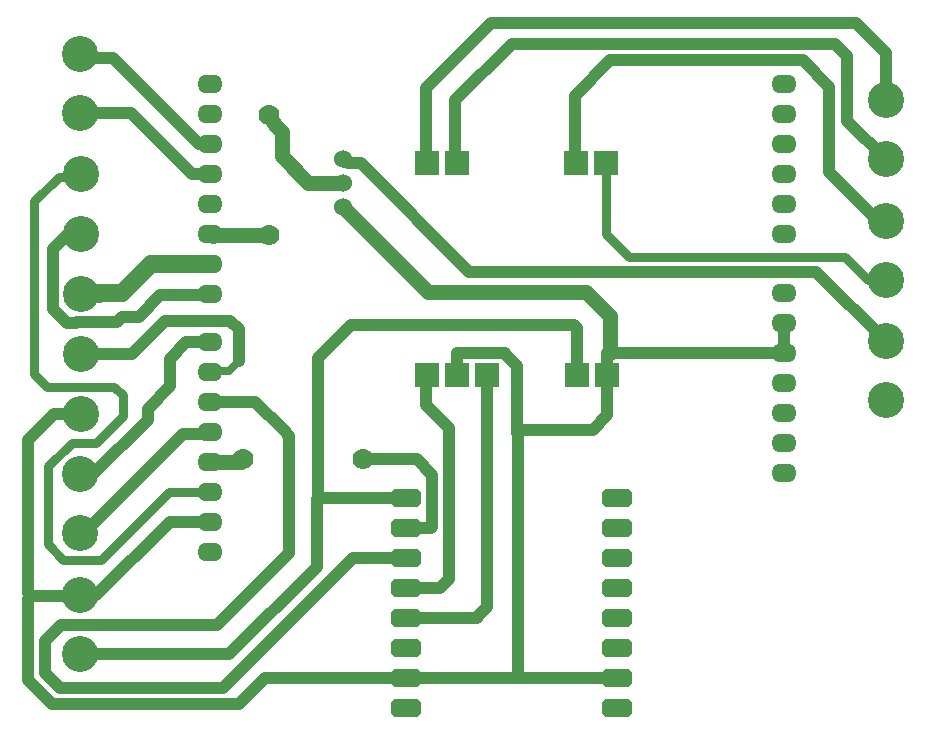
<source format=gbr>
G04 PROTEUS GERBER X2 FILE*
%TF.GenerationSoftware,Labcenter,Proteus,8.11-SP0-Build30052*%
%TF.CreationDate,2022-05-16T20:50:57+00:00*%
%TF.FileFunction,Copper,L2,Bot*%
%TF.FilePolarity,Positive*%
%TF.Part,Single*%
%TF.SameCoordinates,{860b8ca4-a46b-4a59-b09f-cc4400e6bc87}*%
%FSLAX45Y45*%
%MOMM*%
G01*
%TA.AperFunction,Conductor*%
%ADD16C,1.016000*%
%ADD17C,1.270000*%
%ADD18C,0.254000*%
%ADD19C,0.635000*%
%ADD70C,0.762000*%
%ADD71C,1.524000*%
%AMDIL000*
4,1,8,
-1.270000,0.457200,-0.965200,0.762000,0.965200,0.762000,1.270000,0.457200,1.270000,-0.457200,
0.965200,-0.762000,-0.965200,-0.762000,-1.270000,-0.457200,-1.270000,0.457200,
0*%
%TA.AperFunction,ComponentPad*%
%ADD10DIL000*%
%AMPPAD001*
4,1,36,
-1.000000,-0.100000,
-1.000000,0.100000,
-0.986070,0.243130,
-0.946000,0.375490,
-0.882340,0.494520,
-0.797660,0.597660,
-0.694520,0.682340,
-0.575490,0.746000,
-0.443130,0.786070,
-0.300000,0.800000,
0.300000,0.800000,
0.443130,0.786070,
0.575490,0.746000,
0.694520,0.682340,
0.797660,0.597660,
0.882340,0.494520,
0.946000,0.375490,
0.986070,0.243130,
1.000000,0.100000,
1.000000,-0.100000,
0.986070,-0.243130,
0.946000,-0.375490,
0.882340,-0.494520,
0.797660,-0.597660,
0.694520,-0.682340,
0.575490,-0.746000,
0.443130,-0.786070,
0.300000,-0.800000,
-0.300000,-0.800000,
-0.443130,-0.786070,
-0.575490,-0.746000,
-0.694520,-0.682340,
-0.797660,-0.597660,
-0.882340,-0.494520,
-0.946000,-0.375490,
-0.986070,-0.243130,
-1.000000,-0.100000,
0*%
%TA.AperFunction,ComponentPad*%
%ADD11PPAD001*%
%TA.AperFunction,ComponentPad*%
%ADD12C,3.048000*%
%TA.AperFunction,ComponentPad*%
%ADD13C,1.778000*%
%TA.AperFunction,ComponentPad*%
%ADD14R,2.032000X2.032000*%
%ADD15C,1.524000*%
%TD.AperFunction*%
D16*
X-3610000Y+7536000D02*
X-3698380Y+7536000D01*
X-3824260Y+7661880D01*
X-4428780Y+8266400D01*
X-4504980Y+8266400D01*
X-4680240Y+8266400D01*
X-4690400Y+8256240D01*
X-4710000Y+8300380D01*
X-3610000Y+7282000D02*
X-3761880Y+7282000D01*
X-3778540Y+7298660D01*
X-4278920Y+7799040D01*
X-4278920Y+7801580D01*
X-4741200Y+7801580D01*
X-4743740Y+7799040D01*
X-4710000Y+7800000D01*
X-1262000Y+5580000D02*
X-1262000Y+3615990D01*
X-1328578Y+3549412D01*
X-1349990Y+3528000D01*
X-1914731Y+3528000D01*
X-1950000Y+3528000D02*
X-1914731Y+3528000D01*
X-1950000Y+3782000D02*
X-1659683Y+3782000D01*
X-1588698Y+3852985D01*
X-1588698Y+5135079D01*
X-1661269Y+5207650D01*
X-1782222Y+5328603D01*
X-1782222Y+5478400D01*
X-1770000Y+5580000D01*
X-1004096Y+3020000D02*
X-1112953Y+3020000D01*
X-1950000Y+3020000D02*
X-1112953Y+3020000D01*
X-1004096Y+3020000D02*
X-172000Y+3020000D01*
X-166000Y+3014000D01*
X+130000Y+5766000D02*
X-36016Y+5766000D01*
X+1250000Y+5766000D02*
X+130000Y+5766000D01*
X-1516000Y+5580000D02*
X-1516000Y+5764704D01*
X-1004096Y+5120000D02*
X-369263Y+5120000D01*
X-245737Y+5243526D01*
X-245737Y+5579737D01*
X-246000Y+5580000D01*
X-246000Y+5765737D01*
X-245737Y+5766000D01*
D17*
X-3610000Y+4850000D02*
X-3346000Y+4850000D01*
X-3326000Y+4870000D01*
D18*
X-2704090Y+4531616D02*
X-2704090Y+4544000D01*
D16*
X-4710000Y+3220000D02*
X-3444848Y+3220000D01*
X-2704090Y+3960758D01*
X-2704090Y+4531616D01*
X-1729142Y+4740000D02*
X-1859142Y+4870000D01*
X-1921103Y+4870000D01*
X-1950000Y+4290000D02*
X-1739850Y+4290000D01*
X-1729142Y+4300708D01*
X-1729142Y+4740000D01*
X-1921103Y+4870000D02*
X-2310000Y+4870000D01*
X-1370000Y+6004712D02*
X-1876667Y+6004712D01*
X-500000Y+5580000D02*
X-500000Y+5978110D01*
X-526602Y+6004712D01*
X-1370000Y+6004712D01*
X-1900000Y+6004712D02*
X-1918718Y+6004712D01*
D18*
X-2695432Y+4544000D02*
X-2695432Y+4540274D01*
X-2704090Y+4531616D01*
D16*
X-1950000Y+4544000D02*
X-2695432Y+4544000D01*
D18*
X-2704090Y+4544000D01*
D16*
X-1876667Y+6004712D02*
X-1900000Y+6004712D01*
X-2695432Y+5640000D02*
X-2695432Y+5724417D01*
X-2415137Y+6004712D01*
X-1918718Y+6004712D02*
X-2415137Y+6004712D01*
X-2695432Y+5640000D02*
X-2695432Y+4544000D01*
X-5004065Y+3330000D02*
X-4869191Y+3464874D01*
X-4863637Y+3464874D01*
X-3553557Y+3464874D01*
X-3218329Y+3800102D01*
X-2941121Y+4077310D01*
X-2941121Y+4528579D01*
X-2941121Y+5070101D01*
X-2986248Y+5115228D01*
X-3224776Y+5353756D01*
X-3605756Y+5353756D01*
X-3610000Y+5358000D01*
X-3367928Y+5970000D02*
X-3441441Y+6043513D01*
X-4700000Y+5764000D02*
X-4269092Y+5764000D01*
X-3989579Y+6043513D01*
X-3441441Y+6043513D01*
D18*
X-3367928Y+5702072D02*
X-3351934Y+5718066D01*
X-3351934Y+5719884D01*
D16*
X-3367928Y+5970000D02*
X-3367928Y+5702072D01*
D19*
X-3450000Y+5620000D02*
X-3598788Y+5620000D01*
X-3616480Y+5602308D01*
X-3610000Y+5612000D01*
D18*
X-3460000Y+5610000D02*
X-3450000Y+5620000D01*
D19*
X-3367928Y+5702072D01*
D16*
X-4942522Y+6512282D02*
X-4942522Y+6646448D01*
X-4929587Y+6659383D01*
X-4808970Y+6780000D01*
X-4700000Y+6780000D01*
X-3610000Y+6266000D02*
X-3619243Y+6256757D01*
X-3760241Y+6256757D01*
X-4034835Y+6256757D01*
X-4214084Y+6077508D01*
X-4351381Y+6077508D01*
X-4397147Y+6031742D01*
X-4732763Y+6031742D01*
X-4740390Y+6024115D01*
X-4820480Y+6024115D01*
X-4942522Y+6146157D01*
X-4942522Y+6512282D01*
D70*
X-3610000Y+4596000D02*
X-3960355Y+4596000D01*
X-4535793Y+4020562D01*
X-4850563Y+4020562D01*
X-4980000Y+4149999D01*
X-4980000Y+4811076D01*
X-4780538Y+5010538D01*
X-4573125Y+5010538D01*
X-4344610Y+5239053D01*
X-4344610Y+5410000D01*
X-4419301Y+5484691D01*
X-4992674Y+5484691D01*
X-5095895Y+5587912D01*
X-5095895Y+7054551D01*
X-4892067Y+7258379D01*
X-4852400Y+7258379D01*
X-4700000Y+7288000D01*
D16*
X-3610000Y+5104000D02*
X-3628675Y+5085325D01*
X-3837901Y+5085325D01*
X-4682608Y+4240618D01*
X-4700246Y+4240618D01*
X-4710000Y+4243620D01*
X+2110000Y+6890000D02*
X+2045025Y+6890000D01*
X+1634280Y+7300745D01*
X+1634280Y+8025720D01*
X+1410000Y+8250000D01*
X-218900Y+8250000D01*
X-521439Y+7947461D01*
X-521439Y+7391439D01*
X-510000Y+7380000D01*
X+2110000Y+7410000D02*
X+1784243Y+7735757D01*
X+1784243Y+8284878D01*
X+1679121Y+8390000D01*
X-1053659Y+8390000D01*
X-1533690Y+7909969D01*
X-1533690Y+7397690D01*
X-1516000Y+7380000D01*
X+2110000Y+7910380D02*
X+2110000Y+8310000D01*
X+1860000Y+8560000D01*
X-1230449Y+8560000D01*
X-1777380Y+8013069D01*
X-1777380Y+7387380D01*
X-1770000Y+7380000D01*
X-1020000Y+5670000D02*
X-1115472Y+5765472D01*
X-1115472Y+5766000D01*
D18*
X-1115472Y+5778989D01*
D16*
X-1115472Y+5766000D02*
X-1514704Y+5766000D01*
X-1516000Y+5764704D01*
X-1020000Y+5670000D02*
X-1009509Y+5659509D01*
X-1009509Y+5658539D01*
X-1009509Y+5093635D01*
X-1004096Y+5088222D01*
D18*
X-993345Y+5077471D01*
D16*
X-1004096Y+5120000D02*
X-1004096Y+5088222D01*
X-1004096Y+3020000D01*
X-3463304Y+2968478D02*
X-2395782Y+4036000D01*
X-2344208Y+4036000D01*
X-2326054Y+4036000D01*
X-1950000Y+4036000D02*
X-2326054Y+4036000D01*
X-3463304Y+2968478D02*
X-3495538Y+2936244D01*
X-4881578Y+2936244D01*
X-5004065Y+3058731D01*
X-5004065Y+3065178D01*
X-5004065Y+3330000D01*
X-1950000Y+3020000D02*
X-3141020Y+3020000D01*
X-3360157Y+2800863D01*
X-4950864Y+2800863D01*
X-5150000Y+2999999D01*
X-5150000Y+3684968D01*
X-5127484Y+3707484D01*
X-4700000Y+5256000D02*
X-4930904Y+5256000D01*
X-5150000Y+5036904D01*
X-5150000Y+3737927D01*
X-5127484Y+3707484D01*
X-4710000Y+3720380D02*
X-4710380Y+3720000D01*
X-4720380Y+3710000D01*
X-5124968Y+3710000D01*
X-5127484Y+3707484D01*
X-3610000Y+4342000D02*
X-3951615Y+4342000D01*
X-4573615Y+3720000D01*
X-4710380Y+3720000D01*
X-4710519Y+3720000D01*
X-4710000Y+3720380D01*
X-4710000Y+4744000D02*
X-4596000Y+4744000D01*
X-4138318Y+5201682D01*
X-4138318Y+5299820D01*
X-3951441Y+5486697D01*
X-3951441Y+5723153D01*
X-3808594Y+5866000D01*
X-3610000Y+5866000D01*
D71*
X-3610000Y+6520000D02*
X-4111310Y+6520000D01*
X-4134859Y+6496451D01*
X-4353898Y+6277412D01*
X-4545555Y+6277412D01*
X-4550967Y+6272000D01*
X-4700000Y+6272000D01*
D16*
X+1250000Y+6020000D02*
X+1250000Y+5766000D01*
D17*
X-3110000Y+6770000D02*
X-3572728Y+6770000D01*
X-3580604Y+6762124D01*
X-3610000Y+6774000D01*
X-2480000Y+7210000D02*
X-2775809Y+7210000D01*
X-3001306Y+7435497D01*
X-3001306Y+7643450D01*
X-3054956Y+7697100D01*
X-3110000Y+7786000D01*
D70*
X+2110000Y+6389620D02*
X+1960379Y+6389620D01*
X+1769999Y+6580000D01*
X-63128Y+6580000D01*
X-259003Y+6775875D01*
X-259003Y+7376997D01*
X-256000Y+7380000D01*
D17*
X-2480000Y+7006800D02*
X-1762666Y+6289466D01*
X-692634Y+6289466D01*
X-426060Y+6289466D01*
X-219842Y+6083248D01*
X-219842Y+5766000D01*
D18*
X-219842Y+5681600D01*
X-246000Y+5580000D01*
D16*
X-36016Y+5766000D02*
X-219842Y+5766000D01*
X-245737Y+5766000D01*
X+2110000Y+5870380D02*
X+1523840Y+6456540D01*
X-1416539Y+6456540D01*
X-2334771Y+7374772D01*
X-2441572Y+7374772D01*
X-2480000Y+7413200D01*
D10*
X-1950000Y+4544000D03*
X-1950000Y+4290000D03*
X-1950000Y+4036000D03*
X-1950000Y+3782000D03*
X-1950000Y+3528000D03*
X-1950000Y+3274000D03*
X-1950000Y+3020000D03*
X-1950000Y+2766000D03*
X-166000Y+4538000D03*
X-166000Y+4284000D03*
X-166000Y+4030000D03*
X-166000Y+3776000D03*
X-166000Y+3522000D03*
X-166000Y+3268000D03*
X-166000Y+3014000D03*
X-166000Y+2760000D03*
D11*
X+1250000Y+4750000D03*
X+1250000Y+5004000D03*
X+1250000Y+5258000D03*
X+1250000Y+5512000D03*
X+1250000Y+5766000D03*
X+1250000Y+6020000D03*
X+1250000Y+6274000D03*
X+1250000Y+6774000D03*
X+1250000Y+7028000D03*
X+1250000Y+7282000D03*
X+1250000Y+7536000D03*
X+1250000Y+7790000D03*
X+1250000Y+8044000D03*
X-3610000Y+8044000D03*
X-3610000Y+7790000D03*
X-3610000Y+7536000D03*
X-3610000Y+7282000D03*
X-3610000Y+7028000D03*
X-3610000Y+6774000D03*
X-3610000Y+6520000D03*
X-3610000Y+6266000D03*
X-3610000Y+5866000D03*
X-3610000Y+5612000D03*
X-3610000Y+5358000D03*
X-3610000Y+5104000D03*
X-3610000Y+4850000D03*
X-3610000Y+4596000D03*
X-3610000Y+4342000D03*
X-3610000Y+4088000D03*
D12*
X-4700000Y+5256000D03*
X-4700000Y+5764000D03*
X-4700000Y+6272000D03*
X-4700000Y+6780000D03*
X-4700000Y+7288000D03*
X-4710000Y+4744000D03*
X-4710000Y+4243620D03*
X-4710000Y+7800000D03*
X-4710000Y+8300380D03*
X-4710000Y+3220000D03*
X-4710000Y+3720380D03*
D13*
X-3326000Y+4870000D03*
X-2310000Y+4870000D03*
D14*
X-1770000Y+5580000D03*
X-1516000Y+5580000D03*
X-1262000Y+5580000D03*
X-500000Y+5580000D03*
X-246000Y+5580000D03*
X-510000Y+7380000D03*
X-256000Y+7380000D03*
X-1770000Y+7380000D03*
X-1516000Y+7380000D03*
D12*
X+2110000Y+7410000D03*
X+2110000Y+7910380D03*
X+2110000Y+6389620D03*
X+2110000Y+6890000D03*
D13*
X-3110000Y+6770000D03*
X-3110000Y+7786000D03*
D15*
X-2480000Y+7006800D03*
X-2480000Y+7210000D03*
X-2480000Y+7413200D03*
D12*
X+2110000Y+5370000D03*
X+2110000Y+5870380D03*
M02*

</source>
